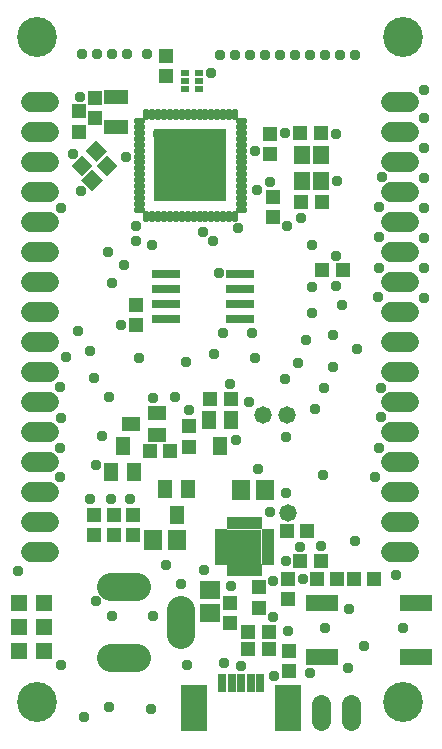
<source format=gbr>
G75*
G70*
%OFA0B0*%
%FSLAX24Y24*%
%IPPOS*%
%LPD*%
%AMOC8*
5,1,8,0,0,1.08239X$1,22.5*
%
%ADD10R,0.2250X0.2400*%
%ADD11C,0.1330*%
%ADD12R,0.0474X0.0631*%
%ADD13C,0.0099*%
%ADD14R,0.2442X0.2442*%
%ADD15R,0.0493X0.0505*%
%ADD16R,0.0946X0.0316*%
%ADD17R,0.0505X0.0493*%
%ADD18R,0.0474X0.0513*%
%ADD19R,0.0513X0.0474*%
%ADD20R,0.0552X0.0552*%
%ADD21R,0.0316X0.0237*%
%ADD22C,0.0860*%
%ADD23C,0.0940*%
%ADD24R,0.0592X0.0710*%
%ADD25R,0.1080X0.0580*%
%ADD26C,0.0600*%
%ADD27C,0.0680*%
%ADD28R,0.0631X0.0474*%
%ADD29C,0.0580*%
%ADD30C,0.0560*%
%ADD31C,0.0640*%
%ADD32R,0.0277X0.0631*%
%ADD33R,0.0867X0.1576*%
%ADD34R,0.0200X0.0400*%
%ADD35R,0.0400X0.0200*%
%ADD36R,0.1180X0.1180*%
%ADD37R,0.0710X0.0592*%
%ADD38R,0.0789X0.0474*%
%ADD39R,0.0533X0.0631*%
%ADD40C,0.0370*%
D10*
X009825Y023399D03*
D11*
X004800Y005499D03*
X017000Y005499D03*
X017000Y027649D03*
X004800Y027649D03*
D12*
X010526Y014882D03*
X011274Y014882D03*
X010900Y014016D03*
X009824Y012582D03*
X009076Y012582D03*
X009450Y011716D03*
X008024Y013166D03*
X007650Y014032D03*
X007276Y013166D03*
D13*
X008374Y021567D02*
X008374Y021825D01*
X008474Y021825D01*
X008474Y021567D01*
X008374Y021567D01*
X008374Y021665D02*
X008474Y021665D01*
X008474Y021763D02*
X008374Y021763D01*
X008068Y021872D02*
X008068Y021972D01*
X008326Y021972D01*
X008326Y021872D01*
X008068Y021872D01*
X008068Y021970D02*
X008326Y021970D01*
X008068Y022069D02*
X008068Y022169D01*
X008326Y022169D01*
X008326Y022069D01*
X008068Y022069D01*
X008068Y022167D02*
X008326Y022167D01*
X008068Y022266D02*
X008068Y022366D01*
X008326Y022366D01*
X008326Y022266D01*
X008068Y022266D01*
X008068Y022364D02*
X008326Y022364D01*
X008068Y022463D02*
X008068Y022563D01*
X008326Y022563D01*
X008326Y022463D01*
X008068Y022463D01*
X008068Y022561D02*
X008326Y022561D01*
X008068Y022660D02*
X008068Y022760D01*
X008326Y022760D01*
X008326Y022660D01*
X008068Y022660D01*
X008068Y022758D02*
X008326Y022758D01*
X008068Y022857D02*
X008068Y022957D01*
X008326Y022957D01*
X008326Y022857D01*
X008068Y022857D01*
X008068Y022955D02*
X008326Y022955D01*
X008068Y023053D02*
X008068Y023153D01*
X008326Y023153D01*
X008326Y023053D01*
X008068Y023053D01*
X008068Y023151D02*
X008326Y023151D01*
X008068Y023250D02*
X008068Y023350D01*
X008326Y023350D01*
X008326Y023250D01*
X008068Y023250D01*
X008068Y023348D02*
X008326Y023348D01*
X008068Y023447D02*
X008068Y023547D01*
X008326Y023547D01*
X008326Y023447D01*
X008068Y023447D01*
X008068Y023545D02*
X008326Y023545D01*
X008068Y023644D02*
X008068Y023744D01*
X008326Y023744D01*
X008326Y023644D01*
X008068Y023644D01*
X008068Y023742D02*
X008326Y023742D01*
X008068Y023841D02*
X008068Y023941D01*
X008326Y023941D01*
X008326Y023841D01*
X008068Y023841D01*
X008068Y023939D02*
X008326Y023939D01*
X008068Y024038D02*
X008068Y024138D01*
X008326Y024138D01*
X008326Y024038D01*
X008068Y024038D01*
X008068Y024136D02*
X008326Y024136D01*
X008068Y024235D02*
X008068Y024335D01*
X008326Y024335D01*
X008326Y024235D01*
X008068Y024235D01*
X008068Y024333D02*
X008326Y024333D01*
X008068Y024431D02*
X008068Y024531D01*
X008326Y024531D01*
X008326Y024431D01*
X008068Y024431D01*
X008068Y024529D02*
X008326Y024529D01*
X008068Y024628D02*
X008068Y024728D01*
X008326Y024728D01*
X008326Y024628D01*
X008068Y024628D01*
X008068Y024726D02*
X008326Y024726D01*
X008068Y024825D02*
X008068Y024925D01*
X008326Y024925D01*
X008326Y024825D01*
X008068Y024825D01*
X008068Y024923D02*
X008326Y024923D01*
X008374Y024972D02*
X008374Y025230D01*
X008474Y025230D01*
X008474Y024972D01*
X008374Y024972D01*
X008374Y025070D02*
X008474Y025070D01*
X008474Y025168D02*
X008374Y025168D01*
X008570Y025230D02*
X008570Y024972D01*
X008570Y025230D02*
X008670Y025230D01*
X008670Y024972D01*
X008570Y024972D01*
X008570Y025070D02*
X008670Y025070D01*
X008670Y025168D02*
X008570Y025168D01*
X008767Y025230D02*
X008767Y024972D01*
X008767Y025230D02*
X008867Y025230D01*
X008867Y024972D01*
X008767Y024972D01*
X008767Y025070D02*
X008867Y025070D01*
X008867Y025168D02*
X008767Y025168D01*
X008964Y025230D02*
X008964Y024972D01*
X008964Y025230D02*
X009064Y025230D01*
X009064Y024972D01*
X008964Y024972D01*
X008964Y025070D02*
X009064Y025070D01*
X009064Y025168D02*
X008964Y025168D01*
X009161Y025230D02*
X009161Y024972D01*
X009161Y025230D02*
X009261Y025230D01*
X009261Y024972D01*
X009161Y024972D01*
X009161Y025070D02*
X009261Y025070D01*
X009261Y025168D02*
X009161Y025168D01*
X009358Y025230D02*
X009358Y024972D01*
X009358Y025230D02*
X009458Y025230D01*
X009458Y024972D01*
X009358Y024972D01*
X009358Y025070D02*
X009458Y025070D01*
X009458Y025168D02*
X009358Y025168D01*
X009555Y025230D02*
X009555Y024972D01*
X009555Y025230D02*
X009655Y025230D01*
X009655Y024972D01*
X009555Y024972D01*
X009555Y025070D02*
X009655Y025070D01*
X009655Y025168D02*
X009555Y025168D01*
X009752Y025230D02*
X009752Y024972D01*
X009752Y025230D02*
X009852Y025230D01*
X009852Y024972D01*
X009752Y024972D01*
X009752Y025070D02*
X009852Y025070D01*
X009852Y025168D02*
X009752Y025168D01*
X009948Y025230D02*
X009948Y024972D01*
X009948Y025230D02*
X010048Y025230D01*
X010048Y024972D01*
X009948Y024972D01*
X009948Y025070D02*
X010048Y025070D01*
X010048Y025168D02*
X009948Y025168D01*
X010145Y025230D02*
X010145Y024972D01*
X010145Y025230D02*
X010245Y025230D01*
X010245Y024972D01*
X010145Y024972D01*
X010145Y025070D02*
X010245Y025070D01*
X010245Y025168D02*
X010145Y025168D01*
X010342Y025230D02*
X010342Y024972D01*
X010342Y025230D02*
X010442Y025230D01*
X010442Y024972D01*
X010342Y024972D01*
X010342Y025070D02*
X010442Y025070D01*
X010442Y025168D02*
X010342Y025168D01*
X010539Y025230D02*
X010539Y024972D01*
X010539Y025230D02*
X010639Y025230D01*
X010639Y024972D01*
X010539Y024972D01*
X010539Y025070D02*
X010639Y025070D01*
X010639Y025168D02*
X010539Y025168D01*
X010736Y025230D02*
X010736Y024972D01*
X010736Y025230D02*
X010836Y025230D01*
X010836Y024972D01*
X010736Y024972D01*
X010736Y025070D02*
X010836Y025070D01*
X010836Y025168D02*
X010736Y025168D01*
X010933Y025230D02*
X010933Y024972D01*
X010933Y025230D02*
X011033Y025230D01*
X011033Y024972D01*
X010933Y024972D01*
X010933Y025070D02*
X011033Y025070D01*
X011033Y025168D02*
X010933Y025168D01*
X011130Y025230D02*
X011130Y024972D01*
X011130Y025230D02*
X011230Y025230D01*
X011230Y024972D01*
X011130Y024972D01*
X011130Y025070D02*
X011230Y025070D01*
X011230Y025168D02*
X011130Y025168D01*
X011326Y025230D02*
X011326Y024972D01*
X011326Y025230D02*
X011426Y025230D01*
X011426Y024972D01*
X011326Y024972D01*
X011326Y025070D02*
X011426Y025070D01*
X011426Y025168D02*
X011326Y025168D01*
X011474Y024925D02*
X011474Y024825D01*
X011474Y024925D02*
X011732Y024925D01*
X011732Y024825D01*
X011474Y024825D01*
X011474Y024923D02*
X011732Y024923D01*
X011474Y024728D02*
X011474Y024628D01*
X011474Y024728D02*
X011732Y024728D01*
X011732Y024628D01*
X011474Y024628D01*
X011474Y024726D02*
X011732Y024726D01*
X011474Y024531D02*
X011474Y024431D01*
X011474Y024531D02*
X011732Y024531D01*
X011732Y024431D01*
X011474Y024431D01*
X011474Y024529D02*
X011732Y024529D01*
X011474Y024335D02*
X011474Y024235D01*
X011474Y024335D02*
X011732Y024335D01*
X011732Y024235D01*
X011474Y024235D01*
X011474Y024333D02*
X011732Y024333D01*
X011474Y024138D02*
X011474Y024038D01*
X011474Y024138D02*
X011732Y024138D01*
X011732Y024038D01*
X011474Y024038D01*
X011474Y024136D02*
X011732Y024136D01*
X011474Y023941D02*
X011474Y023841D01*
X011474Y023941D02*
X011732Y023941D01*
X011732Y023841D01*
X011474Y023841D01*
X011474Y023939D02*
X011732Y023939D01*
X011474Y023744D02*
X011474Y023644D01*
X011474Y023744D02*
X011732Y023744D01*
X011732Y023644D01*
X011474Y023644D01*
X011474Y023742D02*
X011732Y023742D01*
X011474Y023547D02*
X011474Y023447D01*
X011474Y023547D02*
X011732Y023547D01*
X011732Y023447D01*
X011474Y023447D01*
X011474Y023545D02*
X011732Y023545D01*
X011474Y023350D02*
X011474Y023250D01*
X011474Y023350D02*
X011732Y023350D01*
X011732Y023250D01*
X011474Y023250D01*
X011474Y023348D02*
X011732Y023348D01*
X011474Y023153D02*
X011474Y023053D01*
X011474Y023153D02*
X011732Y023153D01*
X011732Y023053D01*
X011474Y023053D01*
X011474Y023151D02*
X011732Y023151D01*
X011474Y022957D02*
X011474Y022857D01*
X011474Y022957D02*
X011732Y022957D01*
X011732Y022857D01*
X011474Y022857D01*
X011474Y022955D02*
X011732Y022955D01*
X011474Y022760D02*
X011474Y022660D01*
X011474Y022760D02*
X011732Y022760D01*
X011732Y022660D01*
X011474Y022660D01*
X011474Y022758D02*
X011732Y022758D01*
X011474Y022563D02*
X011474Y022463D01*
X011474Y022563D02*
X011732Y022563D01*
X011732Y022463D01*
X011474Y022463D01*
X011474Y022561D02*
X011732Y022561D01*
X011474Y022366D02*
X011474Y022266D01*
X011474Y022366D02*
X011732Y022366D01*
X011732Y022266D01*
X011474Y022266D01*
X011474Y022364D02*
X011732Y022364D01*
X011474Y022169D02*
X011474Y022069D01*
X011474Y022169D02*
X011732Y022169D01*
X011732Y022069D01*
X011474Y022069D01*
X011474Y022167D02*
X011732Y022167D01*
X011474Y021972D02*
X011474Y021872D01*
X011474Y021972D02*
X011732Y021972D01*
X011732Y021872D01*
X011474Y021872D01*
X011474Y021970D02*
X011732Y021970D01*
X011326Y021825D02*
X011326Y021567D01*
X011326Y021825D02*
X011426Y021825D01*
X011426Y021567D01*
X011326Y021567D01*
X011326Y021665D02*
X011426Y021665D01*
X011426Y021763D02*
X011326Y021763D01*
X011130Y021825D02*
X011130Y021567D01*
X011130Y021825D02*
X011230Y021825D01*
X011230Y021567D01*
X011130Y021567D01*
X011130Y021665D02*
X011230Y021665D01*
X011230Y021763D02*
X011130Y021763D01*
X010933Y021825D02*
X010933Y021567D01*
X010933Y021825D02*
X011033Y021825D01*
X011033Y021567D01*
X010933Y021567D01*
X010933Y021665D02*
X011033Y021665D01*
X011033Y021763D02*
X010933Y021763D01*
X010736Y021825D02*
X010736Y021567D01*
X010736Y021825D02*
X010836Y021825D01*
X010836Y021567D01*
X010736Y021567D01*
X010736Y021665D02*
X010836Y021665D01*
X010836Y021763D02*
X010736Y021763D01*
X010539Y021825D02*
X010539Y021567D01*
X010539Y021825D02*
X010639Y021825D01*
X010639Y021567D01*
X010539Y021567D01*
X010539Y021665D02*
X010639Y021665D01*
X010639Y021763D02*
X010539Y021763D01*
X010342Y021825D02*
X010342Y021567D01*
X010342Y021825D02*
X010442Y021825D01*
X010442Y021567D01*
X010342Y021567D01*
X010342Y021665D02*
X010442Y021665D01*
X010442Y021763D02*
X010342Y021763D01*
X010145Y021825D02*
X010145Y021567D01*
X010145Y021825D02*
X010245Y021825D01*
X010245Y021567D01*
X010145Y021567D01*
X010145Y021665D02*
X010245Y021665D01*
X010245Y021763D02*
X010145Y021763D01*
X009948Y021825D02*
X009948Y021567D01*
X009948Y021825D02*
X010048Y021825D01*
X010048Y021567D01*
X009948Y021567D01*
X009948Y021665D02*
X010048Y021665D01*
X010048Y021763D02*
X009948Y021763D01*
X009752Y021825D02*
X009752Y021567D01*
X009752Y021825D02*
X009852Y021825D01*
X009852Y021567D01*
X009752Y021567D01*
X009752Y021665D02*
X009852Y021665D01*
X009852Y021763D02*
X009752Y021763D01*
X009555Y021825D02*
X009555Y021567D01*
X009555Y021825D02*
X009655Y021825D01*
X009655Y021567D01*
X009555Y021567D01*
X009555Y021665D02*
X009655Y021665D01*
X009655Y021763D02*
X009555Y021763D01*
X009358Y021825D02*
X009358Y021567D01*
X009358Y021825D02*
X009458Y021825D01*
X009458Y021567D01*
X009358Y021567D01*
X009358Y021665D02*
X009458Y021665D01*
X009458Y021763D02*
X009358Y021763D01*
X009161Y021825D02*
X009161Y021567D01*
X009161Y021825D02*
X009261Y021825D01*
X009261Y021567D01*
X009161Y021567D01*
X009161Y021665D02*
X009261Y021665D01*
X009261Y021763D02*
X009161Y021763D01*
X008964Y021825D02*
X008964Y021567D01*
X008964Y021825D02*
X009064Y021825D01*
X009064Y021567D01*
X008964Y021567D01*
X008964Y021665D02*
X009064Y021665D01*
X009064Y021763D02*
X008964Y021763D01*
X008767Y021825D02*
X008767Y021567D01*
X008767Y021825D02*
X008867Y021825D01*
X008867Y021567D01*
X008767Y021567D01*
X008767Y021665D02*
X008867Y021665D01*
X008867Y021763D02*
X008767Y021763D01*
X008570Y021825D02*
X008570Y021567D01*
X008570Y021825D02*
X008670Y021825D01*
X008670Y021567D01*
X008570Y021567D01*
X008570Y021665D02*
X008670Y021665D01*
X008670Y021763D02*
X008570Y021763D01*
D14*
X009900Y023399D03*
D15*
G36*
X006762Y023376D02*
X007110Y023724D01*
X007466Y023368D01*
X007118Y023020D01*
X006762Y023376D01*
G37*
G36*
X005934Y023379D02*
X006282Y023727D01*
X006638Y023371D01*
X006290Y023023D01*
X005934Y023379D01*
G37*
G36*
X006274Y022889D02*
X006622Y023237D01*
X006978Y022881D01*
X006630Y022533D01*
X006274Y022889D01*
G37*
G36*
X006422Y023866D02*
X006770Y024214D01*
X007126Y023858D01*
X006778Y023510D01*
X006422Y023866D01*
G37*
X010556Y015599D03*
X011244Y015599D03*
X014306Y019899D03*
X014994Y019899D03*
X014294Y022149D03*
X013606Y022149D03*
X013556Y024449D03*
X014244Y024449D03*
X014264Y010189D03*
X013576Y010189D03*
X012514Y007829D03*
X012514Y007249D03*
X011826Y007249D03*
X011826Y007829D03*
D16*
X011574Y018249D03*
X011574Y018749D03*
X011574Y019249D03*
X011574Y019749D03*
X009093Y019749D03*
X009093Y019249D03*
X009093Y018749D03*
X009093Y018249D03*
D17*
X008100Y018054D03*
X008100Y018743D03*
X009850Y014693D03*
X009850Y014004D03*
X013150Y009613D03*
X013150Y008924D03*
X012190Y008644D03*
X012190Y009333D03*
X011230Y008813D03*
X011230Y008124D03*
X012650Y021654D03*
X012650Y022343D03*
X012550Y023754D03*
X012550Y024443D03*
X009100Y026354D03*
X009100Y027043D03*
X006740Y025643D03*
X006740Y024954D03*
X006180Y025193D03*
X006180Y024504D03*
D18*
X008565Y013849D03*
X009235Y013849D03*
X013115Y011189D03*
X013785Y011189D03*
X014115Y009599D03*
X014785Y009599D03*
X015365Y009599D03*
X016035Y009599D03*
D19*
X013200Y007183D03*
X013200Y006514D03*
X008000Y011064D03*
X007350Y011064D03*
X007350Y011733D03*
X008000Y011733D03*
X006700Y011733D03*
X006700Y011064D03*
D20*
X005013Y008799D03*
X005013Y007999D03*
X005013Y007199D03*
X004187Y007199D03*
X004187Y007999D03*
X004187Y008799D03*
D21*
X009728Y025937D03*
X009728Y026192D03*
X009728Y026448D03*
X010180Y026448D03*
X010180Y026192D03*
X010180Y025937D03*
D22*
X008130Y009330D02*
X007270Y009330D01*
X007270Y006968D02*
X008130Y006968D01*
X009590Y007719D02*
X009590Y008579D01*
D23*
X009590Y007719D01*
X008130Y006968D02*
X007270Y006968D01*
X007270Y009330D02*
X008130Y009330D01*
D24*
X008656Y010899D03*
X009444Y010899D03*
X011596Y012559D03*
X012384Y012559D03*
D25*
X014285Y008785D03*
X014285Y007013D03*
X017415Y007013D03*
X017415Y008785D03*
D26*
X017200Y010499D02*
X016600Y010499D01*
X016600Y011499D02*
X017200Y011499D01*
X017200Y012499D02*
X016600Y012499D01*
X016600Y013499D02*
X017200Y013499D01*
X017200Y014499D02*
X016600Y014499D01*
X016600Y015499D02*
X017200Y015499D01*
X017200Y016499D02*
X016600Y016499D01*
X016600Y017499D02*
X017200Y017499D01*
X017200Y018499D02*
X016600Y018499D01*
X016600Y019499D02*
X017200Y019499D01*
X017200Y020499D02*
X016600Y020499D01*
X016600Y021499D02*
X017200Y021499D01*
X017200Y022499D02*
X016600Y022499D01*
X016600Y023499D02*
X017200Y023499D01*
X017200Y024499D02*
X016600Y024499D01*
X016600Y025499D02*
X017200Y025499D01*
X005200Y025499D02*
X004600Y025499D01*
X004600Y024499D02*
X005200Y024499D01*
X005200Y023499D02*
X004600Y023499D01*
X004600Y022499D02*
X005200Y022499D01*
X005200Y021499D02*
X004600Y021499D01*
X004600Y020499D02*
X005200Y020499D01*
X005200Y019499D02*
X004600Y019499D01*
X004600Y018499D02*
X005200Y018499D01*
X005200Y017499D02*
X004600Y017499D01*
X004600Y016499D02*
X005200Y016499D01*
X005200Y015499D02*
X004600Y015499D01*
X004600Y014499D02*
X005200Y014499D01*
X005200Y013499D02*
X004600Y013499D01*
X004600Y012499D02*
X005200Y012499D01*
X005200Y011499D02*
X004600Y011499D01*
X004600Y010499D02*
X005200Y010499D01*
D27*
X004600Y010499D01*
X004600Y011499D02*
X005200Y011499D01*
X005200Y012499D02*
X004600Y012499D01*
X004600Y013499D02*
X005200Y013499D01*
X005200Y014499D02*
X004600Y014499D01*
X004600Y015499D02*
X005200Y015499D01*
X005200Y016499D02*
X004600Y016499D01*
X004600Y017499D02*
X005200Y017499D01*
X005200Y018499D02*
X004600Y018499D01*
X004600Y019499D02*
X005200Y019499D01*
X005200Y020499D02*
X004600Y020499D01*
X004600Y021499D02*
X005200Y021499D01*
X005200Y022499D02*
X004600Y022499D01*
X004600Y023499D02*
X005200Y023499D01*
X005200Y024499D02*
X004600Y024499D01*
X004600Y025499D02*
X005200Y025499D01*
X016600Y025499D02*
X017200Y025499D01*
X017200Y024499D02*
X016600Y024499D01*
X016600Y023499D02*
X017200Y023499D01*
X017200Y022499D02*
X016600Y022499D01*
X016600Y021499D02*
X017200Y021499D01*
X017200Y020499D02*
X016600Y020499D01*
X016600Y019499D02*
X017200Y019499D01*
X017200Y018499D02*
X016600Y018499D01*
X016600Y017499D02*
X017200Y017499D01*
X017200Y016499D02*
X016600Y016499D01*
X016600Y015499D02*
X017200Y015499D01*
X017200Y014499D02*
X016600Y014499D01*
X016600Y013499D02*
X017200Y013499D01*
X017200Y012499D02*
X016600Y012499D01*
X016600Y011499D02*
X017200Y011499D01*
X017200Y010499D02*
X016600Y010499D01*
D28*
X008787Y014391D03*
X008787Y015139D03*
X007921Y014765D03*
D29*
X012334Y015053D03*
X013126Y015065D03*
X013150Y011809D03*
D30*
X014250Y005429D02*
X014250Y004869D01*
X015250Y004869D02*
X015250Y005429D01*
D31*
X015250Y004869D01*
X014250Y004869D02*
X014250Y005429D01*
D32*
X012230Y006140D03*
X011915Y006140D03*
X011600Y006140D03*
X011285Y006140D03*
X010970Y006140D03*
D33*
X010025Y005313D03*
X013175Y005313D03*
D34*
X012190Y009889D03*
X012000Y009889D03*
X011800Y009889D03*
X011600Y009889D03*
X011400Y009889D03*
X011210Y009889D03*
X011210Y011448D03*
X011400Y011448D03*
X011600Y011448D03*
X011800Y011448D03*
X012000Y011448D03*
X012190Y011448D03*
D35*
X012479Y011159D03*
X012479Y010969D03*
X012479Y010769D03*
X012479Y010569D03*
X012479Y010369D03*
X012479Y010179D03*
X010921Y010179D03*
X010921Y010369D03*
X010921Y010569D03*
X010921Y010769D03*
X010921Y010969D03*
X010921Y011159D03*
D36*
X011700Y010669D03*
D37*
X010560Y009242D03*
X010560Y008455D03*
D38*
X007440Y024667D03*
X007440Y025651D03*
D39*
X013635Y023732D03*
X014265Y023732D03*
X014265Y022866D03*
X013635Y022866D03*
D40*
X014800Y022879D03*
X013600Y021629D03*
X013130Y021379D03*
X013950Y020729D03*
X014750Y020379D03*
X014750Y019379D03*
X014950Y018729D03*
X014650Y017729D03*
X015450Y017279D03*
X014650Y016649D03*
X014350Y015949D03*
X014050Y015249D03*
X013080Y014339D03*
X012160Y013279D03*
X011430Y014219D03*
X011870Y015489D03*
X011210Y016089D03*
X010690Y017089D03*
X011000Y017799D03*
X011950Y017799D03*
X012060Y016959D03*
X013050Y016249D03*
X013500Y016799D03*
X013750Y017549D03*
X013950Y018479D03*
X013950Y019329D03*
X016150Y018999D03*
X016200Y019949D03*
X016200Y020999D03*
X016200Y021999D03*
X016300Y022999D03*
X017700Y022949D03*
X017700Y023949D03*
X017700Y024949D03*
X017700Y025899D03*
X015400Y027059D03*
X014900Y027059D03*
X014400Y027059D03*
X013900Y027059D03*
X013400Y027059D03*
X012900Y027059D03*
X012400Y027059D03*
X011900Y027059D03*
X011400Y027059D03*
X010900Y027059D03*
X010600Y026459D03*
X010900Y024441D03*
X012050Y023849D03*
X012550Y022829D03*
X012120Y022569D03*
X011490Y021289D03*
X010650Y020849D03*
X010310Y021149D03*
X010900Y022356D03*
X008907Y022356D03*
X008100Y021349D03*
X008100Y020849D03*
X008630Y020739D03*
X007700Y020049D03*
X007150Y020499D03*
X007300Y019449D03*
X007600Y018049D03*
X008200Y016949D03*
X008650Y015629D03*
X009400Y015649D03*
X009850Y015229D03*
X009750Y016829D03*
X010850Y019799D03*
X007750Y023649D03*
X008829Y024441D03*
X008450Y027109D03*
X007800Y027109D03*
X007300Y027109D03*
X006800Y027109D03*
X006300Y027109D03*
X006230Y025669D03*
X006000Y023759D03*
X006250Y022539D03*
X005600Y021949D03*
X006150Y017849D03*
X006550Y017199D03*
X006700Y016299D03*
X007200Y015649D03*
X006967Y014371D03*
X006750Y013399D03*
X006550Y012249D03*
X007250Y012249D03*
X007900Y012249D03*
X009100Y010079D03*
X009600Y009429D03*
X010350Y009899D03*
X011250Y009379D03*
X011700Y010679D03*
X012570Y011829D03*
X013080Y012479D03*
X014320Y013049D03*
X016050Y012999D03*
X016200Y013949D03*
X016250Y014999D03*
X016250Y015949D03*
X017700Y018949D03*
X017700Y019949D03*
X017700Y020949D03*
X017700Y021949D03*
X014750Y024429D03*
X013050Y024479D03*
X005750Y016999D03*
X005550Y015999D03*
X005600Y014949D03*
X005550Y013949D03*
X005550Y012999D03*
X004150Y009879D03*
X006750Y008849D03*
X007300Y008379D03*
X008650Y008379D03*
X009800Y006729D03*
X011020Y006789D03*
X011600Y006689D03*
X012680Y006349D03*
X013900Y006479D03*
X013150Y007849D03*
X012650Y008329D03*
X012670Y009539D03*
X013100Y010199D03*
X013550Y010679D03*
X014270Y010709D03*
X013650Y009589D03*
X014400Y007979D03*
X015190Y008589D03*
X015700Y007379D03*
X015150Y006629D03*
X017000Y007979D03*
X016750Y009729D03*
X015400Y010879D03*
X008600Y005279D03*
X007200Y005329D03*
X006350Y004999D03*
X005600Y006729D03*
M02*

</source>
